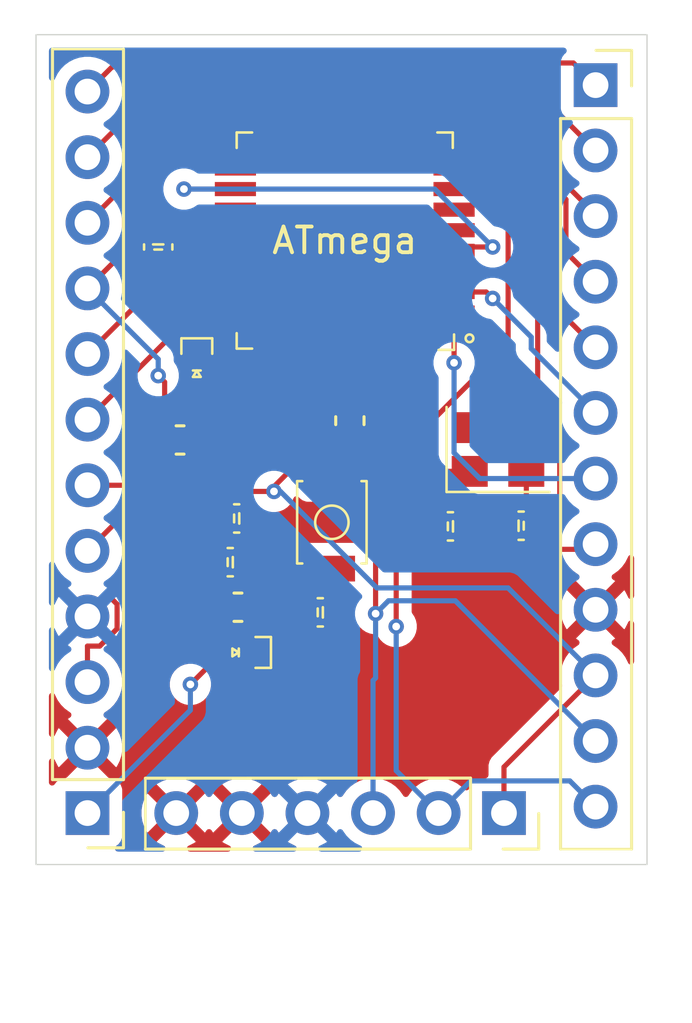
<source format=kicad_pcb>
(kicad_pcb (version 20241229) (generator "pcbnew") (generator_version "9.0")
  (layers (0 "F.Cu" signal) (2 "B.Cu" signal) (13 "F.Paste" user) (15 "B.Paste" user) (5 "F.SilkS" user "F.Silkscreen") (7 "B.SilkS" user "B.Silkscreen") (1 "F.Mask" user) (3 "B.Mask" user) (25 "Edge.Cuts" user))
  (net 0 "")
  (net 1 "Net-(C1-Pad2)")
  (net 2 "RAW")
  (net 3 "Net-(C6-Pad2)")
  (net 4 "Net-(C7-Pad2)")
  (net 5 "Net-(D1-A)")
  (net 6 "Net-(D1-K)")
  (net 7 "Net-(D2-K)")
  (net 8 "D3")
  (net 9 "D7")
  (net 10 "D2")
  (net 11 "GND")
  (net 12 "D6")
  (net 13 "DTR")
  (net 14 "D8")
  (net 15 "D5")
  (net 16 "RXI")
  (net 17 "D9")
  (net 18 "TXO")
  (net 19 "D4")
  (net 20 "D10")
  (net 21 "VCC")
  (net 22 "A1")
  (net 23 "SCK")
  (net 24 "A3")
  (net 25 "MISO")
  (net 26 "A2")
  (net 27 "A0")
  (net 28 "MOSI")
  (net 29 "Net-(R2-Pad2)")
  (net 30 "Net-(R3-Pad1)")
  (net 31 "Net-(ATmega1-AVCC)")
  (net 32 "A5")
  (net 33 "A7")
  (net 34 "A6")
  (net 35 "Net-(ATmega1-XTAL1{slash}PB6)")
  (net 36 "Net-(ATmega1-XTAL2{slash}PB7)")
  (net 37 "Net-(ATmega1-AREF)")
  (net 38 "A4")
  (net 39 "Net-(ATmega1-GND)")
  (net 40 "Net-(C3-Pad1)")
  (net 41 "Net-(C4-Pad1)")
  (net 42 "Net-(C4-Pad2)")
  (net 43 "Net-(Y1-Pad4)")
  (footprint "my_project:capacitor" (layer "F.Cu") (at 76.25 107.45)
    (property "Reference" "C7" (hide yes))
    (property "Value" "100nF")
    (fp_line (start -0.8 -0.85) (end -0.8 -0.55) (stroke (width 0.1)) (layer "F.SilkS"))
    (fp_line (start -0.6 -1.25) (end -0.8 -1.25) (stroke (width 0.1)) (layer "F.SilkS"))
    (fp_line (start -0.6 -0.9) (end -0.6 -0.5) (stroke (width 0.1)) (layer "F.SilkS"))
    (fp_line (start -0.6 -0.15) (end -0.8 -0.15) (stroke (width 0.1)) (layer "F.SilkS"))
    (pad "1" smd rect (at -1.3 -0.7) (size 0.6 0.95) (layers "F.Cu" "F.Mask" "F.Paste") (net 2 "RAW"))
    (pad "2" smd rect (at -0.1 -0.7) (size 0.6 0.95) (layers "F.Cu" "F.Mask" "F.Paste") (net 4 "Net-(C7-Pad2)"))
  )
  (footprint "my_project:connector_3" (layer "F.Cu") (at 66.85 116.5 90)
    (property "Reference" "J3" (hide yes))
    (property "Value" "~")
    (fp_line (start 1.355 5.4) (end -1.405 5.4) (stroke (width 0.1)) (layer "F.SilkS"))
    (fp_line (start 1.36 18.04) (end 1.355 5.4) (stroke (width 0.12)) (layer "F.SilkS"))
    (fp_line (start -1.4 18.04) (end -1.4 5.4) (stroke (width 0.12)) (layer "F.SilkS"))
    (fp_line (start -1.4 18.04) (end 1.36 18.04) (stroke (width 0.12)) (layer "F.SilkS"))
    (fp_line (start -1.4 19.31) (end -1.4 20.69) (stroke (width 0.12)) (layer "F.SilkS"))
    (fp_line (start -1.4 20.69) (end -0.02 20.69) (stroke (width 0.12)) (layer "F.SilkS"))
    (pad "1" thru_hole rect (at 0 19.34 90) (size 1.7 1.7) (drill 1) (layers "*.Cu" "*.Mask") (net 13 "DTR"))
    (pad "2" thru_hole circle (at 0 16.8 90) (size 1.7 1.7) (drill 1) (layers "*.Cu" "*.Mask") (net 18 "TXO"))
    (pad "3" thru_hole circle (at 0 14.25 90) (size 1.7 1.7) (drill 1) (layers "*.Cu" "*.Mask") (net 16 "RXI"))
    (pad "4" thru_hole circle (at 0 11.7 90) (size 1.7 1.7) (drill 1) (layers "*.Cu" "*.Mask") (net 21 "VCC"))
    (pad "5" thru_hole circle (at 0 9.15 90) (size 1.7 1.7) (drill 1) (layers "*.Cu" "*.Mask") (net 11 "GND"))
    (pad "6" thru_hole circle (at 0 6.6 90) (size 1.7 1.7) (drill 1) (layers "*.Cu" "*.Mask") (net 11 "GND"))
  )
  (footprint "my_project:switch" (layer "F.Cu") (at 74.45 105.2 90)
    (property "Reference" "sw1" (hide yes))
    (property "Value" "SW_Push")
    (fp_line (start 1.6 3.7) (end 1.6 3.9) (stroke (width 0.1)) (layer "F.SilkS"))
    (fp_line (start -1.6 3.7) (end 1.6 3.7) (stroke (width 0.1)) (layer "F.SilkS"))
    (fp_line (start -1.6 3.9) (end -1.6 3.7) (stroke (width 0.1)) (layer "F.SilkS"))
    (fp_line (start -1.6 6.2) (end -1.6 6.4) (stroke (width 0.1)) (layer "F.SilkS"))
    (fp_line (start 1.6 6.4) (end 1.6 6.2) (stroke (width 0.1)) (layer "F.SilkS"))
    (fp_line (start -1.6 6.4) (end 1.6 6.4) (stroke (width 0.1)) (layer "F.SilkS"))
    (fp_circle (center 0 5.05) (end 0.6 4.8) (stroke (width 0.1)) (fill no) (layer "F.SilkS"))
    (pad "1" smd rect (at -1.8 5.05 90) (size 1 1.8) (layers "F.Cu" "F.Mask" "F.Paste") (net 42 "Net-(C4-Pad2)"))
    (pad "2" smd rect (at 1.8 5.05 90) (size 1 1.8) (layers "F.Cu" "F.Mask" "F.Paste") (net 13 "DTR"))
  )
  (footprint "my_project:capacitor" (layer "F.Cu") (at 79.75 109.4)
    (property "Reference" "C4" (hide yes))
    (property "Value" "100nF")
    (fp_line (start -0.8 -0.85) (end -0.8 -0.55) (stroke (width 0.1)) (layer "F.SilkS"))
    (fp_line (start -0.6 -1.25) (end -0.8 -1.25) (stroke (width 0.1)) (layer "F.SilkS"))
    (fp_line (start -0.6 -0.9) (end -0.6 -0.5) (stroke (width 0.1)) (layer "F.SilkS"))
    (fp_line (start -0.6 -0.15) (end -0.8 -0.15) (stroke (width 0.1)) (layer "F.SilkS"))
    (pad "1" smd rect (at -1.3 -0.7) (size 0.6 0.95) (layers "F.Cu" "F.Mask" "F.Paste") (net 41 "Net-(C4-Pad1)"))
    (pad "2" smd rect (at -0.1 -0.7) (size 0.6 0.95) (layers "F.Cu" "F.Mask" "F.Paste") (net 42 "Net-(C4-Pad2)"))
  )
  (footprint "my_project:capacitor" (layer "F.Cu") (at 73.45 93.8 90)
    (property "Reference" "C3" (hide yes))
    (property "Value" "100nF")
    (fp_line (start -0.6 -1.25) (end -0.8 -1.25) (stroke (width 0.1)) (layer "F.SilkS"))
    (fp_line (start -0.6 -0.9) (end -0.6 -0.5) (stroke (width 0.1)) (layer "F.SilkS"))
    (fp_line (start -0.8 -0.85) (end -0.8 -0.55) (stroke (width 0.1)) (layer "F.SilkS"))
    (fp_line (start -0.6 -0.15) (end -0.8 -0.15) (stroke (width 0.1)) (layer "F.SilkS"))
    (pad "1" smd rect (at -1.3 -0.7 90) (size 0.6 0.95) (layers "F.Cu" "F.Mask" "F.Paste") (net 40 "Net-(C3-Pad1)"))
    (pad "2" smd rect (at -0.1 -0.7 90) (size 0.6 0.95) (layers "F.Cu" "F.Mask" "F.Paste") (net 37 "Net-(ATmega1-AREF)"))
  )
  (footprint "my_project:Resistor" (layer "F.Cu") (at 75.85 112.95 180)
    (property "Reference" "R2" (hide yes))
    (property "Value" "~")
    (fp_line (start -0.153641 5) (end 0.153641 5) (stroke (width 0.12)) (layer "F.SilkS"))
    (fp_line (start -0.153641 3.9) (end 0.153641 3.9) (stroke (width 0.12)) (layer "F.SilkS"))
    (pad "1" smd rect (at -0.6 4.45 180) (size 0.4 0.9) (layers "F.Cu" "F.Mask" "F.Paste") (net 7 "Net-(D2-K)"))
    (pad "2" smd rect (at 0.6 4.45 180) (size 0.4 0.9) (layers "F.Cu" "F.Mask" "F.Paste") (net 29 "Net-(R2-Pad2)"))
  )
  (footprint "my_project:Resistor" (layer "F.Cu") (at 73.6 97.55)
    (property "Reference" "R1" (hide yes))
    (property "Value" "330")
    (fp_line (start -0.153641 3.9) (end 0.153641 3.9) (stroke (width 0.12)) (layer "F.SilkS"))
    (fp_line (start -0.153641 5) (end 0.153641 5) (stroke (width 0.12)) (layer "F.SilkS"))
    (pad "1" smd rect (at -0.6 4.45) (size 0.4 0.9) (layers "F.Cu" "F.Mask" "F.Paste") (net 23 "SCK"))
    (pad "2" smd rect (at 0.6 4.45) (size 0.4 0.9) (layers "F.Cu" "F.Mask" "F.Paste") (net 5 "Net-(D1-A)"))
  )
  (footprint "my_project:capacitor" (layer "F.Cu") (at 76.5 105.75)
    (property "Reference" "C6" (hide yes))
    (property "Value" "1uF")
    (fp_line (start -0.8 -0.85) (end -0.8 -0.55) (stroke (width 0.1)) (layer "F.SilkS"))
    (fp_line (start -0.6 -1.25) (end -0.8 -1.25) (stroke (width 0.1)) (layer "F.SilkS"))
    (fp_line (start -0.6 -0.9) (end -0.6 -0.5) (stroke (width 0.1)) (layer "F.SilkS"))
    (fp_line (start -0.6 -0.15) (end -0.8 -0.15) (stroke (width 0.1)) (layer "F.SilkS"))
    (pad "1" smd rect (at -1.3 -0.7) (size 0.6 0.95) (layers "F.Cu" "F.Mask" "F.Paste") (net 2 "RAW"))
    (pad "2" smd rect (at -0.1 -0.7) (size 0.6 0.95) (layers "F.Cu" "F.Mask" "F.Paste") (net 3 "Net-(C6-Pad2)"))
  )
  (footprint "my_project:connector_1" (layer "F.Cu") (at 89.8 122 180)
    (property "Reference" "J1" (hide yes))
    (property "Value" "~")
    (fp_line (start 1.41 32.49) (end 1.41 4.1) (stroke (width 0.12)) (layer "F.SilkS"))
    (fp_line (start 1.41 4.1) (end -1.35 4.1) (stroke (width 0.1)) (layer "F.SilkS"))
    (fp_line (start -1.35 35.14) (end 0.03 35.14) (stroke (width 0.12)) (layer "F.SilkS"))
    (fp_line (start -1.35 33.76) (end -1.35 35.14) (stroke (width 0.12)) (layer "F.SilkS"))
    (fp_line (start -1.35 32.49) (end 1.41 32.49) (stroke (width 0.12)) (layer "F.SilkS"))
    (fp_line (start -1.35 32.49) (end -1.35 4.1) (stroke (width 0.12)) (layer "F.SilkS"))
    (pad "1" thru_hole rect (at 0.05 33.79 180) (size 1.7 1.7) (drill 1) (layers "*.Cu" "*.Mask") (net 17 "D9"))
    (pad "2" thru_hole circle (at 0.05 31.25 180) (size 1.7 1.7) (drill 1) (layers "*.Cu" "*.Mask") (net 14 "D8"))
    (pad "3" thru_hole circle (at 0.05 28.7 180) (size 1.7 1.7) (drill 1) (layers "*.Cu" "*.Mask") (net 9 "D7"))
    (pad "4" thru_hole circle (at 0.05 26.15 180) (size 1.7 1.7) (drill 1) (layers "*.Cu" "*.Mask") (net 12 "D6"))
    (pad "5" thru_hole circle (at 0.05 23.6 180) (size 1.7 1.7) (drill 1) (layers "*.Cu" "*.Mask") (net 15 "D5"))
    (pad "6" thru_hole circle (at 0.05 21.05 180) (size 1.7 1.7) (drill 1) (layers "*.Cu" "*.Mask") (net 19 "D4"))
    (pad "7" thru_hole circle (at 0.05 18.5 180) (size 1.7 1.7) (drill 1) (layers "*.Cu" "*.Mask") (net 8 "D3"))
    (pad "8" thru_hole circle (at 0.05 15.95 180) (size 1.7 1.7) (drill 1) (layers "*.Cu" "*.Mask") (net 10 "D2"))
    (pad "9" thru_hole circle (at 0.05 13.4 180) (size 1.7 1.7) (drill 1) (layers "*.Cu" "*.Mask") (net 11 "GND"))
    (pad "10" thru_hole circle (at 0.05 10.85 180) (size 1.7 1.7) (drill 1) (layers "*.Cu" "*.Mask") (net 13 "DTR"))
    (pad "11" thru_hole circle (at 0.05 8.3 180) (size 1.7 1.7) (drill 1) (layers "*.Cu" "*.Mask") (net 16 "RXI"))
    (pad "12" thru_hole circle (at 0.05 5.75 180) (size 1.7 1.7) (drill 1) (layers "*.Cu" "*.Mask") (net 18 "TXO"))
  )
  (footprint "my_project:ATmega328-PAU" (layer "F.Cu") (at 80 94.25 180)
    (property "Reference" "ATmega" (at 0 0 0) (layer "F.SilkS"))
    (property "Value" "~")
    (fp_line (start 4.2 4.2) (end 3.6 4.2) (stroke (width 0.1)) (layer "F.SilkS"))
    (fp_line (start 4.2 3.6) (end 4.2 4.2) (stroke (width 0.1)) (layer "F.SilkS"))
    (fp_line (start 4.2 -4.2) (end 4.2 -3.6) (stroke (width 0.1)) (layer "F.SilkS"))
    (fp_line (start 3.6 -4.2) (end 4.2 -4.2) (stroke (width 0.1)) (layer "F.SilkS"))
    (fp_line (start -3.6 4.2) (end -4.2 4.2) (stroke (width 0.1)) (layer "F.SilkS"))
    (fp_line (start -4.2 4.2) (end -4.2 3.6) (stroke (width 0.1)) (layer "F.SilkS"))
    (fp_line (start -4.25 -3.65) (end -4.25 -4.25) (stroke (width 0.1)) (layer "F.SilkS"))
    (fp_line (start -4.25 -4.25) (end -3.65 -4.25) (stroke (width 0.1)) (layer "F.SilkS"))
    (fp_circle (center -4.85 -3.8) (end -5 -3.8) (stroke (width 0.1)) (fill no) (layer "F.SilkS"))
    (pad "1" smd rect (at -4.25 -2.8 270) (size 0.55 1.6) (layers "F.Cu" "F.Mask" "F.Paste") (net 8 "D3"))
    (pad "2" smd rect (at -4.25 -2 270) (size 0.55 1.6) (layers "F.Cu" "F.Mask" "F.Paste") (net 19 "D4"))
    (pad "3" smd rect (at -4.25 -1.2 270) (size 0.55 1.6) (layers "F.Cu" "F.Mask" "F.Paste") (net 39 "Net-(ATmega1-GND)"))
    (pad "4" smd rect (at -4.25 -0.4 270) (size 0.55 1.6) (layers "F.Cu" "F.Mask" "F.Paste") (net 31 "Net-(ATmega1-AVCC)"))
    (pad "5" smd rect (at -4.25 0.4 270) (size 0.55 1.6) (layers "F.Cu" "F.Mask" "F.Paste"))
    (pad "6" smd rect (at -4.25 1.2 270) (size 0.55 1.6) (layers "F.Cu" "F.Mask" "F.Paste"))
    (pad "7" smd rect (at -4.25 2 270) (size 0.55 1.6) (layers "F.Cu" "F.Mask" "F.Paste") (net 35 "Net-(ATmega1-XTAL1{slash}PB6)"))
    (pad "8" smd rect (at -4.25 2.8 270) (size 0.55 1.6) (layers "F.Cu" "F.Mask" "F.Paste") (net 36 "Net-(ATmega1-XTAL2{slash}PB7)"))
    (pad "9" smd rect (at -2.8 4.25 180) (size 0.55 1.6) (layers "F.Cu" "F.Mask" "F.Paste") (net 15 "D5"))
    (pad "10" smd rect (at -2 4.25 180) (size 0.55 1.6) (layers "F.Cu" "F.Mask" "F.Paste") (net 12 "D6"))
    (pad "11" smd rect (at -1.2 4.25 180) (size 0.55 1.6) (layers "F.Cu" "F.Mask" "F.Paste") (net 9 "D7"))
    (pad "12" smd rect (at -0.4 4.25 180) (size 0.55 1.6) (layers "F.Cu" "F.Mask" "F.Paste") (net 14 "D8"))
    (pad "13" smd rect (at 0.4 4.25 180) (size 0.55 1.6) (layers "F.Cu" "F.Mask" "F.Paste") (net 17 "D9"))
    (pad "14" smd rect (at 1.2 4.25 180) (size 0.55 1.6) (layers "F.Cu" "F.Mask" "F.Paste") (net 20 "D10"))
    (pad "15" smd rect (at 2 4.25 180) (size 0.55 1.6) (layers "F.Cu" "F.Mask" "F.Paste") (net 28 "MOSI"))
    (pad "16" smd rect (at 2.8 4.25 180) (size 0.55 1.6) (layers "F.Cu" "F.Mask" "F.Paste") (net 25 "MISO"))
    (pad "17" smd rect (at 4.25 2.8 270) (size 0.55 1.6) (layers "F.Cu" "F.Mask" "F.Paste") (net 23 "SCK"))
    (pad "18" smd rect (at 4.25 2 270) (size 0.55 1.6) (layers "F.Cu" "F.Mask" "F.Paste") (net 31 "Net-(ATmega1-AVCC)"))
    (pad "19" smd rect (at 4.25 1.2 270) (size 0.55 1.6) (layers "F.Cu" "F.Mask" "F.Paste") (net 34 "A6"))
    (pad "20" smd rect (at 4.25 0.4 270) (size 0.55 1.6) (layers "F.Cu" "F.Mask" "F.Paste") (net 37 "Net-(ATmega1-AREF)"))
    (pad "21" smd rect (at 4.25 -0.4 270) (size 0.55 1.6) (layers "F.Cu" "F.Mask" "F.Paste"))
    (pad "22" smd rect (at 4.25 -1.2 270) (size 0.55 1.6) (layers "F.Cu" "F.Mask" "F.Paste") (net 33 "A7"))
    (pad "23" smd rect (at 4.25 -2 270) (size 0.525 1.6) (layers "F.Cu" "F.Mask" "F.Paste") (net 27 "A0") (clearance 0))
    (pad "24" smd rect (at 4.25 -2.8 270) (size 0.55 1.6) (layers "F.Cu" "F.Mask" "F.Paste") (net 22 "A1"))
    (pad "25" smd rect (at 2.8 -4.25 180) (size 0.55 1.6) (layers "F.Cu" "F.Mask" "F.Paste") (net 26 "A2"))
    (pad "26" smd rect (at 2 -4.25 180) (size 0.55 1.6) (layers "F.Cu" "F.Mask" "F.Paste") (net 24 "A3"))
    (pad "27" smd rect (at 1.2 -4.25 180) (size 0.55 1.6) (layers "F.Cu" "F.Mask" "F.Paste") (net 38 "A4"))
    (pad "28" smd rect (at 0.4 -4.25 180) (size 0.55 1.6) (layers "F.Cu" "F.Mask" "F.Paste") (net 32 "A5"))
    (pad "29" smd rect (at -0.4 -4.25 180) (size 0.55 1.6) (layers "F.Cu" "F.Mask" "F.Paste") (net 13 "DTR"))
    (pad "30" smd rect (at -1.2 -4.25 180) (size 0.55 1.6) (layers "F.Cu" "F.Mask" "F.Paste") (net 16 "RXI"))
    (pad "31" smd rect (at -2 -4.25 180) (size 0.55 1.6) (layers "F.Cu" "F.Mask" "F.Paste") (net 18 "TXO"))
    (pad "32" smd rect (at -2.8 -4.25 180) (size 0.55 1.6) (layers "F.Cu" "F.Mask" "F.Paste") (net 10 "D2"))
  )
  (footprint "my_project:Crystal" (layer "F.Cu") (at 86.008089 96.420865)
    (property "Reference" "Y1" (hide yes))
    (property "Value" "16MHz")
    (fp_line (start -2.05 4.3) (end -2.05 7.6) (stroke (width 0.1)) (layer "F.SilkS"))
    (fp_line (start -2.05 7.6) (end 1.95 7.6) (stroke (width 0.1)) (layer "F.SilkS"))
    (pad "1" smd rect (at -1.15 6.8) (size 1.4 1.2) (layers "F.Cu" "F.Mask" "F.Paste") (net 35 "Net-(ATmega1-XTAL1{slash}PB6)"))
    (pad "2" smd rect (at 1.05 6.8) (size 1.4 1.2) (layers "F.Cu" "F.Mask" "F.Paste") (net 1 "Net-(C1-Pad2)"))
    (pad "3" smd rect (at 1.05 5.1) (size 1.4 1.2) (layers "F.Cu" "F.Mask" "F.Paste") (net 36 "Net-(ATmega1-XTAL2{slash}PB7)"))
    (pad "4" smd rect (at -1.15 5.1) (size 1.4 1.2) (layers "F.Cu" "F.Mask" "F.Paste") (net 43 "Net-(Y1-Pad4)"))
  )
  (footprint "my_project:led" (layer "F.Cu") (at 75.7325 110.2575 180)
    (property "Reference" "D2" (hide yes))
    (property "Value" "Red")
    (fp_line (start 0.1 0.15) (end -0.15 0) (stroke (width 0.1)) (layer "F.SilkS"))
    (fp_line (start 0.1 -0.15) (end 0.1 0.15) (stroke (width 0.1)) (layer "F.SilkS"))
    (fp_line (start -0.15 0) (end 0.1 -0.15) (stroke (width 0.1)) (layer "F.SilkS"))
    (fp_line (start -0.15 -0.15) (end -0.15 0.15) (stroke (width 0.1)) (layer "F.SilkS"))
    (fp_line (start -0.8 -0.6) (end -1.4 -0.6) (stroke (width 0.1)) (layer "F.SilkS"))
    (fp_line (start -1.4 0.6) (end -0.8 0.6) (stroke (width 0.1)) (layer "F.SilkS"))
    (fp_line (start -1.4 -0.6) (end -1.4 0.6) (stroke (width 0.1)) (layer "F.SilkS"))
    (pad "1" smd rect (at -0.8 0 180) (size 0.8 0.8) (layers "F.Cu" "F.Mask" "F.Paste") (net 7 "Net-(D2-K)"))
    (pad "2" smd rect (at 0.8 0 180) (size 0.8 0.8) (layers "F.Cu" "F.Mask" "F.Paste") (net 2 "RAW"))
  )
  (footprint "my_project:led" (layer "F.Cu") (at 74.25 99.45 -90)
    (property "Reference" "D1" (hide yes))
    (property "Value" "Green")
    (fp_line (start -1.4 0.6) (end -0.8 0.6) (stroke (width 0.1)) (layer "F.SilkS"))
    (fp_line (start 0.1 0.15) (end -0.15 0) (stroke (width 0.1)) (layer "F.SilkS"))
    (fp_line (start -0.15 0) (end 0.1 -0.15) (stroke (width 0.1)) (layer "F.SilkS"))
    (fp_line (start -0.15 -0.15) (end -0.15 0.15) (stroke (width 0.1)) (layer "F.SilkS"))
    (fp_line (start 0.1 -0.15) (end 0.1 0.15) (stroke (width 0.1)) (layer "F.SilkS"))
    (fp_line (start -1.4 -0.6) (end -1.4 0.6) (stroke (width 0.1)) (layer "F.SilkS"))
    (fp_line (start -0.8 -0.6) (end -1.4 -0.6) (stroke (width 0.1)) (layer "F.SilkS"))
    (pad "1" smd rect (at -0.8 0 270) (size 0.8 0.8) (layers "F.Cu" "F.Mask" "F.Paste") (net 6 "Net-(D1-K)"))
    (pad "2" smd rect (at 0.8 0 270) (size 0.8 0.8) (layers "F.Cu" "F.Mask" "F.Paste") (net 5 "Net-(D1-A)"))
  )
  (footprint "my_project:Resistor" (layer "F.Cu") (at 75.75 101.25 90)
    (property "Reference" "R3" (hide yes))
    (property "Value" "10K")
    (fp_line (start -0.153641 3.9) (end 0.153641 3.9) (stroke (width 0.12)) (layer "F.SilkS"))
    (fp_line (start -0.153641 5) (end 0.153641 5) (stroke (width 0.12)) (layer "F.SilkS"))
    (pad "1" smd rect (at -0.6 4.45 90) (size 0.4 0.9) (layers "F.Cu" "F.Mask" "F.Paste") (net 30 "Net-(R3-Pad1)"))
    (pad "2" smd rect (at 0.6 4.45 90) (size 0.4 0.9) (layers "F.Cu" "F.Mask" "F.Paste") (net 13 "DTR"))
  )
  (footprint "my_project:connector_2" (layer "F.Cu") (at 70 124.41 180)
    (property "Reference" "J2" (hide yes))
    (property "Value" "~")
    (fp_line (start 1.36 37.6) (end -1.4 37.6) (stroke (width 0.1)) (layer "F.SilkS"))
    (fp_line (start 1.36 9.21) (end 1.36 37.6) (stroke (width 0.12)) (layer "F.SilkS"))
    (fp_line (start -1.4 9.21) (end 1.36 9.21) (stroke (width 0.12)) (layer "F.SilkS"))
    (fp_line (start -1.4 9.21) (end -1.4 37.6) (stroke (width 0.12)) (layer "F.SilkS"))
    (fp_line (start -1.4 7.94) (end -1.4 6.56) (stroke (width 0.12)) (layer "F.SilkS"))
    (fp_line (start -1.4 6.56) (end -0.02 6.56) (stroke (width 0.12)) (layer "F.SilkS"))
    (pad "1" thru_hole rect (at 0 7.91 180) (size 1.7 1.7) (drill 1) (layers "*.Cu" "*.Mask") (net 2 "RAW"))
    (pad "2" thru_hole circle (at 0 10.45 180) (size 1.7 1.7) (drill 1) (layers "*.Cu" "*.Mask") (net 11 "GND"))
    (pad "3" thru_hole circle (at 0 13 180) (size 1.7 1.7) (drill 1) (layers "*.Cu" "*.Mask") (net 13 "DTR"))
    (pad "4" thru_hole circle (at 0 15.55 180) (size 1.7 1.7) (drill 1) (layers "*.Cu" "*.Mask") (net 21 "VCC"))
    (pad "5" thru_hole circle (at 0 18.1 180) (size 1.7 1.7) (drill 1) (layers "*.Cu" "*.Mask") (net 24 "A3"))
    (pad "6" thru_hole circle (at 0 20.65 180) (size 1.7 1.7) (drill 1) (layers "*.Cu" "*.Mask") (net 26 "A2"))
    (pad "7" thru_hole circle (at 0 23.2 180) (size 1.7 1.7) (drill 1) (layers "*.Cu" "*.Mask") (net 22 "A1"))
    (pad "8" thru_hole circle (at 0 25.75 180) (size 1.7 1.7) (drill 1) (layers "*.Cu" "*.Mask") (net 27 "A0"))
    (pad "9" thru_hole circle (at 0 28.3 180) (size 1.7 1.7) (drill 1) (layers "*.Cu" "*.Mask") (net 23 "SCK"))
    (pad "10" thru_hole circle (at 0 30.85 180) (size 1.7 1.7) (drill 1) (layers "*.Cu" "*.Mask") (net 25 "MISO"))
    (pad "11" thru_hole circle (at 0 33.4 180) (size 1.7 1.7) (drill 1) (layers "*.Cu" "*.Mask") (net 28 "MOSI"))
    (pad "12" thru_hole circle (at 0 35.95 180) (size 1.7 1.7) (drill 1) (layers "*.Cu" "*.Mask") (net 20 "D10"))
  )
  (footprint "my_project:capacitor" (layer "F.Cu") (at 86.158089 104.633365 180)
    (property "Reference" "C1" (hide yes))
    (property "Value" "12pF")
    (fp_line (start -0.6 -0.15) (end -0.8 -0.15) (stroke (width 0.1)) (layer "F.SilkS"))
    (fp_line (start -0.6 -0.9) (end -0.6 -0.5) (stroke (width 0.1)) (layer "F.SilkS"))
    (fp_line (start -0.6 -1.25) (end -0.8 -1.25) (stroke (width 0.1)) (layer "F.SilkS"))
    (fp_line (start -0.8 -0.85) (end -0.8 -0.55) (stroke (width 0.1)) (layer "F.SilkS"))
    (pad "1" smd rect (at -1.3 -0.7 180) (size 0.6 0.95) (layers "F.Cu" "F.Mask" "F.Paste") (net 36 "Net-(ATmega1-XTAL2{slash}PB7)"))
    (pad "2" smd rect (at -0.1 -0.7 180) (size 0.6 0.95) (layers "F.Cu" "F.Mask" "F.Paste") (net 1 "Net-(C1-Pad2)"))
  )
  (footprint "my_project:capacitor" (layer "F.Cu") (at 84.808089 106.058365)
    (property "Reference" "C2" (hide yes))
    (property "Value" "12pF")
    (fp_line (start -0.8 -0.85) (end -0.8 -0.55) (stroke (width 0.1)) (layer "F.SilkS"))
    (fp_line (start -0.6 -1.25) (end -0.8 -1.25) (stroke (width 0.1)) (layer "F.SilkS"))
    (fp_line (start -0.6 -0.9) (end -0.6 -0.5) (stroke (width 0.1)) (layer "F.SilkS"))
    (fp_line (start -0.6 -0.15) (end -0.8 -0.15) (stroke (width 0.1)) (layer "F.SilkS"))
    (pad "1" smd rect (at -1.3 -0.7) (size 0.6 0.95) (layers "F.Cu" "F.Mask" "F.Paste") (net 35 "Net-(ATmega1-XTAL1{slash}PB6)"))
    (pad "2" smd rect (at -0.1 -0.7) (size 0.6 0.95) (layers "F.Cu" "F.Mask" "F.Paste") (net 1 "Net-(C1-Pad2)"))
  )
  (gr_rect (start 68 86.25) (end 91.75 118.5) (stroke (width 0.05)) (fill no) (layer "Edge.Cuts"))
  (segment (start 84.733089 105.333365) (end 84.708089 105.358365) (width 0.2) (layer "F.Cu") (net 1))
  (segment (start 86.258089 105.333365) (end 84.733089 105.333365) (width 0.2) (layer "F.Cu") (net 1))
  (segment (start 87.058089 104.533365) (end 86.258089 105.333365) (width 0.2) (layer "F.Cu") (net 1))
  (segment (start 87.058089 103.220865) (end 87.058089 104.533365) (width 0.2) (layer "F.Cu") (net 1))
  (segment (start 75 106.75) (end 75.2 106.55) (width 0.2) (layer "F.Cu") (net 2))
  (segment (start 74.95 106.75) (end 74.2 107.5) (width 0.2) (layer "F.Cu") (net 2))
  (segment (start 74.2 107.5) (end 74.2 109.525) (width 0.2) (layer "F.Cu") (net 2))
  (segment (start 74.9325 110.2575) (end 74.9325 110.5675) (width 0.2) (layer "F.Cu") (net 2))
  (segment (start 74.95 106.75) (end 75 106.75) (width 0.2) (layer "F.Cu") (net 2))
  (segment (start 74.9325 110.5675) (end 74 111.5) (width 0.2) (layer "F.Cu") (net 2))
  (segment (start 75.2 106.55) (end 75.2 105.05) (width 0.2) (layer "F.Cu") (net 2))
  (segment (start 74.9325 110.2575) (end 74.2 109.525) (width 0.2) (layer "F.Cu") (net 2))
  (via (at 74 111.5) (size 0.6) (drill 0.3) (layers "F.Cu" "B.Cu") (net 2))
  (segment (start 74 112.5) (end 70 116.5) (width 0.2) (layer "B.Cu") (net 2))
  (segment (start 74 111.5) (end 74 112.5) (width 0.2) (layer "B.Cu") (net 2))
  (segment (start 74.2 102) (end 74.2 100.3) (width 0.2) (layer "F.Cu") (net 5))
  (segment (start 74.2 100.3) (end 74.25 100.25) (width 0.2) (layer "F.Cu") (net 5))
  (segment (start 76.5325 108.5825) (end 76.45 108.5) (width 0.2) (layer "F.Cu") (net 7))
  (segment (start 76.5325 110.2575) (end 76.5325 108.5825) (width 0.2) (layer "F.Cu") (net 7))
  (segment (start 84.25 97.05) (end 84.25 99) (width 0.2) (layer "F.Cu") (net 8))
  (via (at 84.25 99) (size 0.6) (drill 0.3) (layers "F.Cu" "B.Cu") (net 8))
  (segment (start 84.25 99) (end 84.25 102.5) (width 0.2) (layer "B.Cu") (net 8))
  (segment (start 84.25 102.5) (end 85.25 103.5) (width 0.2) (layer "B.Cu") (net 8))
  (segment (start 85.25 103.5) (end 89.75 103.5) (width 0.2) (layer "B.Cu") (net 8))
  (segment (start 84.6661 88.151) (end 89.75 93.2349) (width 0.2) (layer "F.Cu") (net 9))
  (segment (start 81.349 88.151) (end 84.6661 88.151) (width 0.2) (layer "F.Cu") (net 9))
  (segment (start 81.2 90) (end 81.2 88.3) (width 0.2) (layer "F.Cu") (net 9))
  (segment (start 89.75 93.2349) (end 89.75 93.3) (width 0.2) (layer "F.Cu") (net 9))
  (segment (start 81.2 88.3) (end 81.349 88.151) (width 0.2) (layer "F.Cu") (net 9))
  (segment (start 89.55 106.25) (end 89.75 106.05) (width 0.2) (layer "F.Cu") (net 10))
  (segment (start 82.8 106.05) (end 83 106.25) (width 0.2) (layer "F.Cu") (net 10))
  (segment (start 82.8 98.5) (end 82.8 106.05) (width 0.2) (layer "F.Cu") (net 10))
  (segment (start 83 106.25) (end 89.55 106.25) (width 0.2) (layer "F.Cu") (net 10))
  (segment (start 88.599 92.651) (end 88.599 94.699) (width 0.2) (layer "F.Cu") (net 12))
  (segment (start 84.5 88.552) (end 88.599 92.651) (width 0.2) (layer "F.Cu") (net 12))
  (segment (start 88.599 94.699) (end 89.75 95.85) (width 0.2) (layer "F.Cu") (net 12))
  (segment (start 82.448 88.552) (end 84.5 88.552) (width 0.2) (layer "F.Cu") (net 12))
  (segment (start 82 90) (end 82 89) (width 0.2) (layer "F.Cu") (net 12))
  (segment (start 82 89) (end 82.448 88.552) (width 0.2) (layer "F.Cu") (net 12))
  (segment (start 74.75 104) (end 70.75888 107.99112) (width 0.2) (layer "F.Cu") (net 13))
  (segment (start 71.151 109.33676) (end 70.47676 110.011) (width 0.2) (layer "F.Cu") (net 13))
  (segment (start 78.6125 102.2375) (end 78.6125 102.45) (width 0.2) (layer "F.Cu") (net 13))
  (segment (start 86.19 116.5) (end 86.19 114.71) (width 0.2) (layer "F.Cu") (net 13))
  (segment (start 70.75888 107.99112) (end 71.151 108.38324) (width 0.2) (layer "F.Cu") (net 13))
  (segment (start 70 110.011) (end 70 111.41) (width 0.2) (layer "F.Cu") (net 13))
  (segment (start 77.25 103.8125) (end 78.03125 103.03125) (width 0.2) (layer "F.Cu") (net 13))
  (segment (start 78.4 103.4) (end 79.5 103.4) (width 0.2) (layer "F.Cu") (net 13))
  (segment (start 80.4 100.45) (end 80.2 100.65) (width 0.2) (layer "F.Cu") (net 13))
  (segment (start 70.47676 110.011) (end 70 110.011) (width 0.2) (layer "F.Cu") (net 13))
  (segment (start 77.25 104) (end 74.75 104) (width 0.2) (layer "F.Cu") (net 13))
  (segment (start 77.25 104) (end 77.25 103.8125) (width 0.2) (layer "F.Cu") (net 13))
  (segment (start 80.2 100.65) (end 78.6125 102.2375) (width 0.2) (layer "F.Cu") (net 13))
  (segment (start 78.6125 102.45) (end 78.03125 103.03125) (width 0.2) (layer "F.Cu") (net 13))
  (segment (start 78.03125 103.03125) (end 78.4 103.4) (width 0.2) (layer "F.Cu") (net 13))
  (segment (start 71.151 108.38324) (end 71.151 109.33676) (width 0.2) (layer "F.Cu") (net 13))
  (segment (start 86.19 114.71) (end 89.75 111.15) (width 0.2) (layer "F.Cu") (net 13))
  (segment (start 80.4 98.5) (end 80.4 100.45) (width 0.2) (layer "F.Cu") (net 13))
  (via (at 77.25 104) (size 0.6) (drill 0.3) (layers "F.Cu" "B.Cu") (net 13))
  (segment (start 77.5 104) (end 81.25 107.75) (width 0.2) (layer "B.Cu") (net 13))
  (segment (start 77.25 104) (end 77.5 104) (width 0.2) (layer "B.Cu") (net 13))
  (segment (start 86.35 107.75) (end 89.75 111.15) (width 0.2) (layer "B.Cu") (net 13))
  (segment (start 81.25 107.75) (end 86.35 107.75) (width 0.2) (layer "B.Cu") (net 13))
  (segment (start 80.4 88.35) (end 81 87.75) (width 0.2) (layer "F.Cu") (net 14))
  (segment (start 86.75 87.75) (end 89.75 90.75) (width 0.2) (layer "F.Cu") (net 14))
  (segment (start 81 87.75) (end 86.75 87.75) (width 0.2) (layer "F.Cu") (net 14))
  (segment (start 80.4 90) (end 80.4 88.35) (width 0.2) (layer "F.Cu") (net 14))
  (segment (start 82.8 90) (end 84.5 90) (width 0.2) (layer "F.Cu") (net 15))
  (segment (start 84.5 90) (end 88.198 93.698) (width 0.2) (layer "F.Cu") (net 15))
  (segment (start 88.198 96.848) (end 89.75 98.4) (width 0.2) (layer "F.Cu") (net 15))
  (segment (start 88.198 93.698) (end 88.198 96.848) (width 0.2) (layer "F.Cu") (net 15))
  (segment (start 81.2 98.5) (end 81.1 98.6) (width 0.2) (layer "F.Cu") (net 16))
  (segment (start 81.2 108.75) (end 81.2 98.5) (width 0.2) (layer "F.Cu") (net 16))
  (via (at 81.2 108.75) (size 0.6) (drill 0.3) (layers "F.Cu" "B.Cu") (net 16))
  (segment (start 81.2 111.25) (end 81.1 111.35) (width 0.2) (layer "B.Cu") (net 16))
  (segment (start 81.1 111.35) (end 81.1 116.5) (width 0.2) (layer "B.Cu") (net 16))
  (segment (start 81.7 108.25) (end 84.3 108.25) (width 0.2) (layer "B.Cu") (net 16))
  (segment (start 81.2 108.75) (end 81.7 108.25) (width 0.2) (layer "B.Cu") (net 16))
  (segment (start 81.2 108.75) (end 81.2 111.25) (width 0.2) (layer "B.Cu") (net 16))
  (segment (start 84.3 108.25) (end 89.75 113.7) (width 0.2) (layer "B.Cu") (net 16))
  (segment (start 79.6 90) (end 79.6 88.5829) (width 0.2) (layer "F.Cu") (net 17))
  (segment (start 79.6 88.5829) (end 80.8339 87.349) (width 0.2) (layer "F.Cu") (net 17))
  (segment (start 88.889 87.349) (end 89.75 88.21) (width 0.2) (layer "F.Cu") (net 17))
  (segment (start 80.8339 87.349) (end 88.889 87.349) (width 0.2) (layer "F.Cu") (net 17))
  (segment (start 82 98.5) (end 82 109.25) (width 0.2) (layer "F.Cu") (net 18))
  (via (at 82 109.25) (size 0.6) (drill 0.3) (layers "F.Cu" "B.Cu") (net 18))
  (segment (start 82 114.85) (end 83.65 116.5) (width 0.2) (layer "B.Cu") (net 18))
  (segment (start 82 109.25) (end 82 114.85) (width 0.2) (layer "B.Cu") (net 18))
  (segment (start 83.65 116.5) (end 84.9 115.25) (width 0.2) (layer "B.Cu") (net 18))
  (segment (start 84.9 115.25) (end 88.75 115.25) (width 0.2) (layer "B.Cu") (net 18))
  (segment (start 88.75 115.25) (end 89.75 116.25) (width 0.2) (layer "B.Cu") (net 18))
  (segment (start 84.25 96.25) (end 85.5 96.25) (width 0.2) (layer "F.Cu") (net 19))
  (segment (start 85.5 96.25) (end 85.75 96.5) (width 0.2) (layer "F.Cu") (net 19))
  (via (at 85.75 96.5) (size 0.6) (drill 0.3) (layers "F.Cu" "B.Cu") (net 19))
  (segment (start 87.25 98) (end 87.25 98.45) (width 0.2) (layer "B.Cu") (net 19))
  (segment (start 85.75 96.5) (end 87.25 98) (width 0.2) (layer "B.Cu") (net 19))
  (segment (start 87.25 98.45) (end 89.75 100.95) (width 0.2) (layer "B.Cu") (net 19))
  (segment (start 70.96 87.5) (end 70 88.46) (width 0.2) (layer "F.Cu") (net 20))
  (segment (start 78.8 90) (end 78.8 89) (width 0.2) (layer "F.Cu") (net 20))
  (segment (start 77.3 87.5) (end 70.96 87.5) (width 0.2) (layer "F.Cu") (net 20))
  (segment (start 78.8 90.05) (end 79 90.25) (width 0.2) (layer "F.Cu") (net 20))
  (segment (start 78.8 90) (end 78.8 90.05) (width 0.2) (layer "F.Cu") (net 20))
  (segment (start 78.8 89) (end 77.3 87.5) (width 0.2) (layer "F.Cu") (net 20))
  (segment (start 74.16 97.05) (end 70 101.21) (width 0.2) (layer "F.Cu") (net 22))
  (segment (start 75.75 97.05) (end 74.16 97.05) (width 0.2) (layer "F.Cu") (net 22))
  (segment (start 72.15855 91.96855) (end 71.43855 92.68855) (width 0.2) (layer "F.Cu") (net 23))
  (segment (start 73 99.75) (end 73 102) (width 0.2) (layer "F.Cu") (net 23))
  (segment (start 70 96.11) (end 70 96.25) (width 0.2) (layer "F.Cu") (net 23))
  (segment (start 72.75 99.5) (end 73 99.75) (width 0.2) (layer "F.Cu") (net 23))
  (segment (start 75.25 89.5) (end 73.0671 89.5) (width 0.2) (layer "F.Cu") (net 23))
  (segment (start 71.43855 92.68855) (end 71.43855 94.67145) (width 0.2) (layer "F.Cu") (net 23))
  (segment (start 75.75 91.45) (end 75.75 90) (width 0.2) (layer "F.Cu") (net 23))
  (segment (start 72.15855 90.40855) (end 72.15855 91.96855) (width 0.2) (layer "F.Cu") (net 23))
  (segment (start 73.0671 89.5) (end 72.15855 90.40855) (width 0.2) (layer "F.Cu") (net 23))
  (segment (start 71.43855 94.67145) (end 70 96.11) (width 0.2) (layer "F.Cu") (net 23))
  (segment (start 75.75 90) (end 75.25 89.5) (width 0.2) (layer "F.Cu") (net 23))
  (via (at 72.75 99.5) (size 0.6) (drill 0.3) (layers "F.Cu" "B.Cu") (net 23))
  (segment (start 72.75 98.86) (end 72.75 99.5) (width 0.2) (layer "B.Cu") (net 23))
  (segment (start 70 96.11) (end 72.75 98.86) (width 0.2) (layer "B.Cu") (net 23))
  (segment (start 72.06 104.25) (end 70 106.31) (width 0.2) (layer "F.Cu") (net 24))
  (segment (start 73.7691 104.25) (end 72.06 104.25) (width 0.2) (layer "F.Cu") (net 24))
  (segment (start 78 100.0191) (end 73.7691 104.25) (width 0.2) (layer "F.Cu") (net 24))
  (segment (start 78 98.5) (end 78 100.0191) (width 0.2) (layer "F.Cu") (net 24))
  (segment (start 77.2 88.7671) (end 76.96645 88.53355) (width 0.2) (layer "F.Cu") (net 25))
  (segment (start 71.75 90.25) (end 71.75 91.81) (width 0.2) (layer "F.Cu") (net 25))
  (segment (start 76.96645 88.53355) (end 73.53355 88.53355) (width 0.2) (layer "F.Cu") (net 25))
  (segment (start 71.75 91.81) (end 70 93.56) (width 0.2) (layer "F.Cu") (net 25))
  (segment (start 73.53355 88.53355) (end 73.5 88.5) (width 0.2) (layer "F.Cu") (net 25))
  (segment (start 73.5 88.5) (end 71.75 90.25) (width 0.2) (layer "F.Cu") (net 25))
  (segment (start 77.2 90) (end 77.2 88.7671) (width 0.2) (layer "F.Cu") (net 25))
  (segment (start 77.2 98.5) (end 77.2 100.252) (width 0.2) (layer "F.Cu") (net 26))
  (segment (start 77.2 100.252) (end 73.692 103.76) (width 0.2) (layer "F.Cu") (net 26))
  (segment (start 73.692 103.76) (end 70 103.76) (width 0.2) (layer "F.Cu") (net 26))
  (segment (start 72.41 96.25) (end 70 98.66) (width 0.2) (layer "F.Cu") (net 27))
  (segment (start 75.75 96.25) (end 72.41 96.25) (width 0.2) (layer "F.Cu") (net 27))
  (segment (start 78 90) (end 78 89) (width 0.2) (layer "F.Cu") (net 28))
  (segment (start 78 89) (end 77 88) (width 0.2) (layer "F.Cu") (net 28))
  (segment (start 77 88) (end 73.01 88) (width 0.2) (layer "F.Cu") (net 28))
  (segment (start 73.01 88) (end 70 91.01) (width 0.2) (layer "F.Cu") (net 28))
  (segment (start 75.75 92.25) (end 73.75 92.25) (width 0.2) (layer "F.Cu") (net 31))
  (segment (start 84.4 94.5) (end 84.25 94.65) (width 0.2) (layer "F.Cu") (net 31))
  (segment (start 85.75 94.5) (end 84.4 94.5) (width 0.2) (layer "F.Cu") (net 31))
  (via (at 73.75 92.25) (size 0.6) (drill 0.3) (layers "F.Cu" "B.Cu") (net 31))
  (via (at 85.75 94.5) (size 0.6) (drill 0.3) (layers "F.Cu" "B.Cu") (net 31))
  (segment (start 73.75 92.25) (end 83.5 92.25) (width 0.2) (layer "B.Cu") (net 31))
  (segment (start 83.5 92.25) (end 85.75 94.5) (width 0.2) (layer "B.Cu") (net 31))
  (segment (start 83.324 101.324) (end 86.351 98.297) (width 0.2) (layer "F.Cu") (net 35))
  (segment (start 84.858089 103.220865) (end 83.789477 103.220865) (width 0.2) (layer "F.Cu") (net 35))
  (segment (start 85.25 92.25) (end 84.25 92.25) (width 0.2) (layer "F.Cu") (net 35))
  (segment (start 83.508089 103.502253) (end 83.508089 105.358365) (width 0.2) (layer "F.Cu") (net 35))
  (segment (start 84.25 92.25) (end 85.127 92.25) (width 0.2) (layer "F.Cu") (net 35))
  (segment (start 86.351 98.297) (end 86.351 93.351) (width 0.2) (layer "F.Cu") (net 35))
  (segment (start 83.768865 103.220865) (end 83.324 102.776) (width 0.2) (layer "F.Cu") (net 35))
  (segment (start 83.789477 103.220865) (end 83.508089 103.502253) (width 0.2) (layer "F.Cu") (net 35))
  (segment (start 84.858089 103.220865) (end 83.768865 103.220865) (width 0.2) (layer "F.Cu") (net 35))
  (segment (start 83.324 102.776) (end 83.324 101.324) (width 0.2) (layer "F.Cu") (net 35))
  (segment (start 86.351 93.351) (end 85.25 92.25) (width 0.2) (layer "F.Cu") (net 35))
  (segment (start 87.5 101.25) (end 87.229135 101.520865) (width 0.2) (layer "F.Cu") (net 36))
  (segment (start 84.25 91.45) (end 85.25 91.45) (width 0.2) (layer "F.Cu") (net 36))
  (segment (start 85.25 91.45) (end 87.5 93.7) (width 0.2) (layer "F.Cu") (net 36))
  (segment (start 88.358089 102.470865) (end 88.358089 104.433365) (width 0.2) (layer "F.Cu") (net 36))
  (segment (start 87.408089 101.520865) (end 88.358089 102.470865) (width 0.2) (layer "F.Cu") (net 36))
  (segment (start 87.229135 101.520865) (end 87.058089 101.520865) (width 0.2) (layer "F.Cu") (net 36))
  (segment (start 87.5 93.7) (end 87.5 101.25) (width 0.2) (layer "F.Cu") (net 36))
  (segment (start 88.358089 104.433365) (end 87.458089 105.333365) (width 0.2) (layer "F.Cu") (net 36))
  (segment (start 87.058089 101.520865) (end 87.408089 101.520865) (width 0.2) (layer "F.Cu") (net 36))
  (segment (start 72.8 93.85) (end 72.75 93.9) (width 0.2) (layer "F.Cu") (net 37))
  (segment (start 72.75 93.9) (end 75.7 93.9) (width 0.2) (layer "F.Cu") (net 37))
  (segment (start 75.7 93.9) (end 75.75 93.85) (width 0.2) (layer "F.Cu") (net 37))
  (segment (start 79.5 107) (end 79.5 108.55) (width 0.2) (layer "F.Cu") (net 42))
  (segment (start 79.5 108.55) (end 79.65 108.7) (width 0.2) (layer "F.Cu") (net 42))
  (zone (net 11) (net_name "GND") (layer "F.Cu") (connect_pads (clearance 0.5)) (min_thickness 0.25) (fill yes (thermal_gap 0.5) (thermal_bridge_width 0.5))
    (polygon (pts (xy 92.25 85.75) (xy 67.5 85.75) (xy 67.5 119.5) (xy 92.25 119.5)))
  )
  (zone (net 21) (net_name "VCC") (layer "B.Cu") (priority 1) (connect_pads (clearance 0.5)) (min_thickness 0.25) (fill yes (thermal_gap 0.5) (thermal_bridge_width 0.5))
    (polygon (pts (xy 66.75 85) (xy 93.5 85) (xy 93.5 121.25) (xy 66.75 121.25)))
  )
)
</source>
